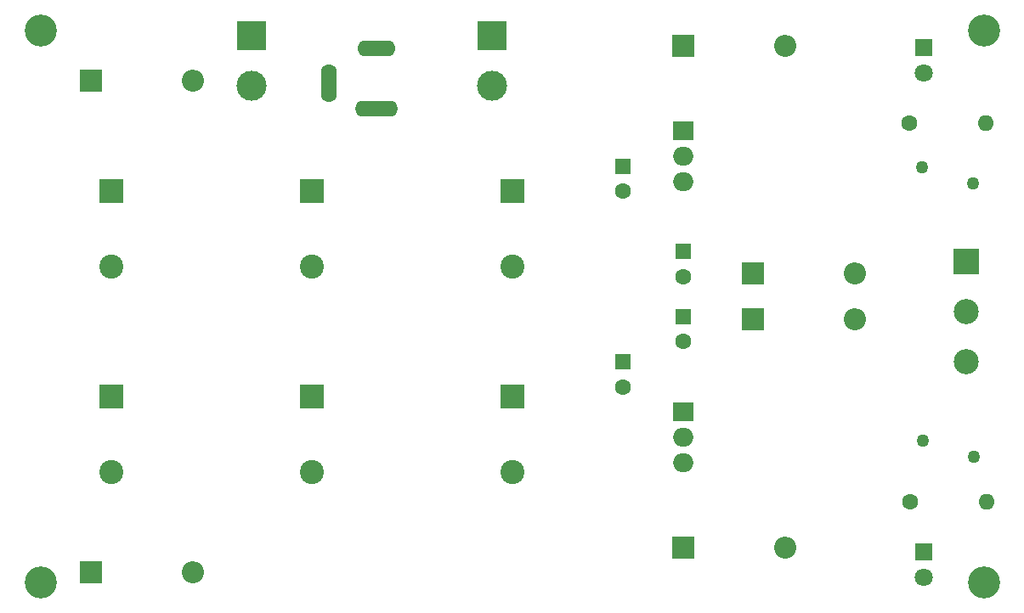
<source format=gbr>
%TF.GenerationSoftware,KiCad,Pcbnew,5.1.8-db9833491~87~ubuntu20.04.1*%
%TF.CreationDate,2020-11-20T18:19:05-05:00*%
%TF.ProjectId,mfosish_ww_supply,6d666f73-6973-4685-9f77-775f73757070,rev?*%
%TF.SameCoordinates,Original*%
%TF.FileFunction,Soldermask,Bot*%
%TF.FilePolarity,Negative*%
%FSLAX46Y46*%
G04 Gerber Fmt 4.6, Leading zero omitted, Abs format (unit mm)*
G04 Created by KiCad (PCBNEW 5.1.8-db9833491~87~ubuntu20.04.1) date 2020-11-20 18:19:05*
%MOMM*%
%LPD*%
G01*
G04 APERTURE LIST*
%ADD10O,1.600000X3.800000*%
%ADD11O,4.300000X1.600000*%
%ADD12O,3.800000X1.600000*%
%ADD13C,1.600000*%
%ADD14R,1.600000X1.600000*%
%ADD15C,3.000000*%
%ADD16R,3.000000X3.000000*%
%ADD17O,2.000000X1.905000*%
%ADD18R,2.000000X1.905000*%
%ADD19O,2.200000X2.200000*%
%ADD20R,2.200000X2.200000*%
%ADD21C,3.200000*%
%ADD22C,2.400000*%
%ADD23R,2.400000X2.400000*%
%ADD24O,1.600000X1.600000*%
%ADD25C,2.500000*%
%ADD26R,2.500000X2.500000*%
%ADD27C,1.270000*%
%ADD28C,1.800000*%
%ADD29R,1.800000X1.800000*%
G04 APERTURE END LIST*
D10*
%TO.C,J4*%
X81700000Y-72250000D03*
D11*
X86500000Y-74750000D03*
D12*
X86500000Y-68750000D03*
%TD*%
D13*
%TO.C,C7*%
X111000000Y-83000000D03*
D14*
X111000000Y-80500000D03*
%TD*%
D15*
%TO.C,J3*%
X98000000Y-72500000D03*
D16*
X98000000Y-67500000D03*
%TD*%
D15*
%TO.C,J1*%
X74000000Y-72500000D03*
D16*
X74000000Y-67500000D03*
%TD*%
D13*
%TO.C,C8*%
X111000000Y-102500000D03*
D14*
X111000000Y-100000000D03*
%TD*%
D17*
%TO.C,U2*%
X117000000Y-110040000D03*
X117000000Y-107500000D03*
D18*
X117000000Y-104960000D03*
%TD*%
D19*
%TO.C,D4*%
X127160000Y-118500000D03*
D20*
X117000000Y-118500000D03*
%TD*%
D21*
%TO.C,REF\u002A\u002A*%
X147000000Y-67000000D03*
%TD*%
%TO.C,REF\u002A\u002A*%
X147000000Y-122000000D03*
%TD*%
%TO.C,REF\u002A\u002A*%
X53000000Y-122000000D03*
%TD*%
%TO.C,REF\u002A\u002A*%
X53000000Y-67000000D03*
%TD*%
D22*
%TO.C,C1*%
X60080000Y-90500000D03*
D23*
X60080000Y-83000000D03*
%TD*%
D17*
%TO.C,U1*%
X117000000Y-82040000D03*
X117000000Y-79500000D03*
D18*
X117000000Y-76960000D03*
%TD*%
D24*
%TO.C,R2*%
X147260000Y-114000000D03*
D13*
X139640000Y-114000000D03*
%TD*%
D24*
%TO.C,R1*%
X147160000Y-76200000D03*
D13*
X139540000Y-76200000D03*
%TD*%
D25*
%TO.C,J2*%
X145250000Y-100000000D03*
X145250000Y-95000000D03*
D26*
X145250000Y-90000000D03*
%TD*%
D27*
%TO.C,F2*%
X146000000Y-109500000D03*
X140900000Y-107900000D03*
%TD*%
%TO.C,F1*%
X145900000Y-82200000D03*
X140800000Y-80600000D03*
%TD*%
D28*
%TO.C,D8*%
X141000000Y-121540000D03*
D29*
X141000000Y-119000000D03*
%TD*%
D28*
%TO.C,D7*%
X141000000Y-71240000D03*
D29*
X141000000Y-68700000D03*
%TD*%
D19*
%TO.C,D6*%
X134160000Y-95777712D03*
D20*
X124000000Y-95777712D03*
%TD*%
D19*
%TO.C,D5*%
X134160000Y-91180000D03*
D20*
X124000000Y-91180000D03*
%TD*%
D19*
%TO.C,D3*%
X127160000Y-68500000D03*
D20*
X117000000Y-68500000D03*
%TD*%
D19*
%TO.C,D2*%
X68160000Y-121000000D03*
D20*
X58000000Y-121000000D03*
%TD*%
D19*
%TO.C,D1*%
X68160000Y-72000000D03*
D20*
X58000000Y-72000000D03*
%TD*%
D13*
%TO.C,C10*%
X117000000Y-98000000D03*
D14*
X117000000Y-95500000D03*
%TD*%
D13*
%TO.C,C9*%
X117000000Y-91500000D03*
D14*
X117000000Y-89000000D03*
%TD*%
D22*
%TO.C,C6*%
X100000000Y-111000000D03*
D23*
X100000000Y-103500000D03*
%TD*%
D22*
%TO.C,C5*%
X100000000Y-90500000D03*
D23*
X100000000Y-83000000D03*
%TD*%
D22*
%TO.C,C4*%
X80000000Y-111000000D03*
D23*
X80000000Y-103500000D03*
%TD*%
D22*
%TO.C,C3*%
X80000000Y-90500000D03*
D23*
X80000000Y-83000000D03*
%TD*%
D22*
%TO.C,C2*%
X60080000Y-111000000D03*
D23*
X60080000Y-103500000D03*
%TD*%
M02*

</source>
